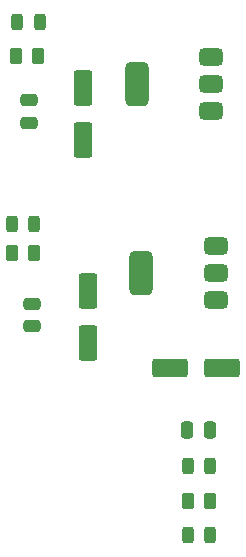
<source format=gbr>
%TF.GenerationSoftware,KiCad,Pcbnew,9.0.5*%
%TF.CreationDate,2025-10-31T15:32:28+05:30*%
%TF.ProjectId,Breadboard-PCB,42726561-6462-46f6-9172-642d5043422e,rev?*%
%TF.SameCoordinates,Original*%
%TF.FileFunction,Paste,Top*%
%TF.FilePolarity,Positive*%
%FSLAX46Y46*%
G04 Gerber Fmt 4.6, Leading zero omitted, Abs format (unit mm)*
G04 Created by KiCad (PCBNEW 9.0.5) date 2025-10-31 15:32:28*
%MOMM*%
%LPD*%
G01*
G04 APERTURE LIST*
G04 Aperture macros list*
%AMRoundRect*
0 Rectangle with rounded corners*
0 $1 Rounding radius*
0 $2 $3 $4 $5 $6 $7 $8 $9 X,Y pos of 4 corners*
0 Add a 4 corners polygon primitive as box body*
4,1,4,$2,$3,$4,$5,$6,$7,$8,$9,$2,$3,0*
0 Add four circle primitives for the rounded corners*
1,1,$1+$1,$2,$3*
1,1,$1+$1,$4,$5*
1,1,$1+$1,$6,$7*
1,1,$1+$1,$8,$9*
0 Add four rect primitives between the rounded corners*
20,1,$1+$1,$2,$3,$4,$5,0*
20,1,$1+$1,$4,$5,$6,$7,0*
20,1,$1+$1,$6,$7,$8,$9,0*
20,1,$1+$1,$8,$9,$2,$3,0*%
G04 Aperture macros list end*
%ADD10RoundRect,0.243750X-0.243750X-0.456250X0.243750X-0.456250X0.243750X0.456250X-0.243750X0.456250X0*%
%ADD11RoundRect,0.250000X0.262500X0.450000X-0.262500X0.450000X-0.262500X-0.450000X0.262500X-0.450000X0*%
%ADD12RoundRect,0.243750X0.243750X0.456250X-0.243750X0.456250X-0.243750X-0.456250X0.243750X-0.456250X0*%
%ADD13RoundRect,0.250000X1.250000X0.550000X-1.250000X0.550000X-1.250000X-0.550000X1.250000X-0.550000X0*%
%ADD14RoundRect,0.250000X0.250000X0.475000X-0.250000X0.475000X-0.250000X-0.475000X0.250000X-0.475000X0*%
%ADD15RoundRect,0.375000X0.625000X0.375000X-0.625000X0.375000X-0.625000X-0.375000X0.625000X-0.375000X0*%
%ADD16RoundRect,0.500000X0.500000X1.400000X-0.500000X1.400000X-0.500000X-1.400000X0.500000X-1.400000X0*%
%ADD17RoundRect,0.250000X-0.550000X1.250000X-0.550000X-1.250000X0.550000X-1.250000X0.550000X1.250000X0*%
%ADD18RoundRect,0.250000X-0.475000X0.250000X-0.475000X-0.250000X0.475000X-0.250000X0.475000X0.250000X0*%
%ADD19RoundRect,0.250000X-0.262500X-0.450000X0.262500X-0.450000X0.262500X0.450000X-0.262500X0.450000X0*%
G04 APERTURE END LIST*
D10*
%TO.C,F1*%
X112837500Y-108700000D03*
X110962500Y-108700000D03*
%TD*%
D11*
%TO.C,R1*%
X111000000Y-111700000D03*
X112825000Y-111700000D03*
%TD*%
D12*
%TO.C,PWR_LED1*%
X110962500Y-114600000D03*
X112837500Y-114600000D03*
%TD*%
D13*
%TO.C,C1*%
X109500000Y-100400000D03*
X113900000Y-100400000D03*
%TD*%
D14*
%TO.C,C2*%
X110950000Y-105700000D03*
X112850000Y-105700000D03*
%TD*%
D15*
%TO.C,U1*%
X113350000Y-90100000D03*
D16*
X107050000Y-92400000D03*
D15*
X113350000Y-92400000D03*
X113350000Y-94700000D03*
%TD*%
D17*
%TO.C,C3*%
X102500000Y-98300000D03*
X102500000Y-93900000D03*
%TD*%
D18*
%TO.C,C4*%
X97800000Y-96900000D03*
X97800000Y-95000000D03*
%TD*%
D11*
%TO.C,R2*%
X96100000Y-90700000D03*
X97925000Y-90700000D03*
%TD*%
D12*
%TO.C,5V-LED*%
X96062500Y-88200000D03*
X97937500Y-88200000D03*
%TD*%
D15*
%TO.C,U2*%
X112950000Y-74100000D03*
D16*
X106650000Y-76400000D03*
D15*
X112950000Y-76400000D03*
X112950000Y-78700000D03*
%TD*%
D17*
%TO.C,C5*%
X102100000Y-81100000D03*
X102100000Y-76700000D03*
%TD*%
D18*
%TO.C,C6*%
X97500000Y-79650000D03*
X97500000Y-77750000D03*
%TD*%
D19*
%TO.C,R3*%
X98300000Y-74000000D03*
X96475000Y-74000000D03*
%TD*%
D10*
%TO.C,3.3V-LED*%
X98425000Y-71100000D03*
X96550000Y-71100000D03*
%TD*%
M02*

</source>
